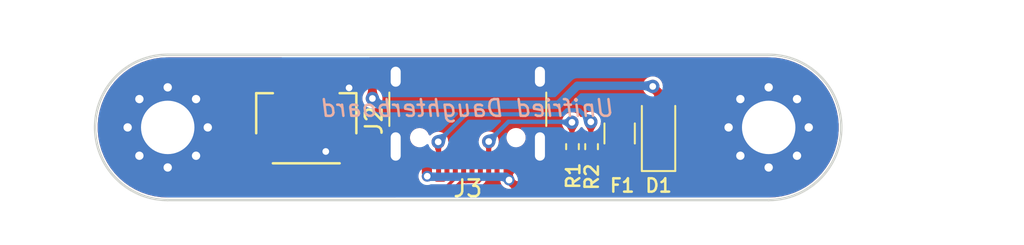
<source format=kicad_pcb>
(kicad_pcb (version 20211014) (generator pcbnew)
  (layers (0 "F.Cu" signal) (31 "B.Cu" signal) (34 "B.Paste" user) (35 "F.Paste" user) (36 "B.SilkS" user "B.Silkscreen") (37 "F.SilkS" user "F.Silkscreen") (38 "B.Mask" user) (39 "F.Mask" user) (44 "Edge.Cuts" user))
  (net 0 "")
  (net 1 "D+")
  (net 2 "GND")
  (net 3 "D-")
  (net 4 "/CC1")
  (net 5 "/CC2")
  (net 6 "+5V")
  (net 7 "VBUS")
  (footprint "MountingHole:MountingHole_3.2mm_M3_Pad_Via" (layer "F.Cu") (at 154.675 90.125)
    (fp_text reference "MH2" hide)
    (fp_text value "Mount-M2")
    (pad "1" thru_hole circle locked (at -1.697056 -1.697056) (size 0.8 0.8) (drill 0.5) (layers *.Cu *.Mask) (net 2 "GND"))
    (pad "1" thru_hole circle locked (at 1.697056 1.697056) (size 0.8 0.8) (drill 0.5) (layers *.Cu *.Mask) (net 2 "GND"))
    (pad "1" thru_hole circle locked (at 0 0) (size 6.4 6.4) (drill 3.2) (layers *.Cu *.Mask) (net 2 "GND"))
    (pad "1" thru_hole circle locked (at -2.4 0) (size 0.8 0.8) (drill 0.5) (layers *.Cu *.Mask) (net 2 "GND"))
    (pad "1" thru_hole circle locked (at 2.4 0) (size 0.8 0.8) (drill 0.5) (layers *.Cu *.Mask) (net 2 "GND"))
    (pad "1" thru_hole circle locked (at 0 -2.4) (size 0.8 0.8) (drill 0.5) (layers *.Cu *.Mask) (net 2 "GND"))
    (pad "1" thru_hole circle locked (at 0 2.4) (size 0.8 0.8) (drill 0.5) (layers *.Cu *.Mask) (net 2 "GND"))
    (pad "1" thru_hole circle locked (at -1.697056 1.697056) (size 0.8 0.8) (drill 0.5) (layers *.Cu *.Mask) (net 2 "GND"))
    (pad "1" thru_hole circle locked (at 1.697056 -1.697056) (size 0.8 0.8) (drill 0.5) (layers *.Cu *.Mask) (net 2 "GND"))
  )
  (footprint "random-keyboard-parts:JST-SR-4" (layer "F.Cu") (at 126.975 92.475)
    (fp_text reference "J2" (at 4.053 -2.75 270) (layer "F.SilkS"))
    (fp_text value "Conn_01x04")
    (fp_line (start -3 -4.4) (end -2 -4.4) (layer "F.SilkS") (width 0.15))
    (fp_line (start -3 -2) (end -3 -4.4) (layer "F.SilkS") (width 0.15))
    (fp_line (start 2 -4.4) (end 3 -4.4) (layer "F.SilkS") (width 0.15))
    (fp_line (start 2 -0.2) (end -2 -0.2) (layer "F.SilkS") (width 0.15))
    (fp_line (start 3 -4.4) (end 3 -2) (layer "F.SilkS") (width 0.15))
    (pad "1" smd rect locked (at -1.5 -4.775) (size 0.6 1.55) (layers "F.Cu" "F.Paste" "F.Mask") (net 6 "+5V"))
    (pad "2" smd rect locked (at -0.5 -4.775) (size 0.6 1.55) (layers "F.Cu" "F.Paste" "F.Mask") (net 3 "D-"))
    (pad "3" smd rect locked (at 0.5 -4.775) (size 0.6 1.55) (layers "F.Cu" "F.Paste" "F.Mask") (net 1 "D+"))
    (pad "4" smd rect locked (at 1.5 -4.775) (size 0.6 1.55) (layers "F.Cu" "F.Paste" "F.Mask") (net 2 "GND"))
    (pad "MP" smd rect locked (at -2.8 -0.9) (size 1.2 2) (layers "F.Cu" "F.Paste" "F.Mask") (net 2 "GND"))
    (pad "MP" smd rect locked (at 2.8 -0.9) (size 1.2 2) (layers "F.Cu" "F.Paste" "F.Mask") (net 2 "GND"))
  )
  (footprint "MountingHole:MountingHole_3.2mm_M3_Pad_Via" (layer "F.Cu") (at 118.675 90.125)
    (fp_text reference "MH1" hide)
    (fp_text value "Mount-M2")
    (pad "1" thru_hole circle locked (at 1.697056 -1.697056) (size 0.8 0.8) (drill 0.5) (layers *.Cu *.Mask) (net 2 "GND"))
    (pad "1" thru_hole circle locked (at -1.697056 -1.697056) (size 0.8 0.8) (drill 0.5) (layers *.Cu *.Mask) (net 2 "GND"))
    (pad "1" thru_hole circle locked (at -2.4 0) (size 0.8 0.8) (drill 0.5) (layers *.Cu *.Mask) (net 2 "GND"))
    (pad "1" thru_hole circle locked (at 1.697056 1.697056) (size 0.8 0.8) (drill 0.5) (layers *.Cu *.Mask) (net 2 "GND"))
    (pad "1" thru_hole circle locked (at 0 2.4) (size 0.8 0.8) (drill 0.5) (layers *.Cu *.Mask) (net 2 "GND"))
    (pad "1" thru_hole circle locked (at -1.697056 1.697056) (size 0.8 0.8) (drill 0.5) (layers *.Cu *.Mask) (net 2 "GND"))
    (pad "1" thru_hole circle locked (at 2.4 0) (size 0.8 0.8) (drill 0.5) (layers *.Cu *.Mask) (net 2 "GND"))
    (pad "1" thru_hole circle locked (at 0 -2.4) (size 0.8 0.8) (drill 0.5) (layers *.Cu *.Mask) (net 2 "GND"))
    (pad "1" thru_hole circle locked (at 0 0) (size 6.4 6.4) (drill 3.2) (layers *.Cu *.Mask) (net 2 "GND"))
  )
  (footprint "Fuse:Fuse_1206_3216Metric" (layer "F.Cu") (at 145.746875 90.4875 -90)
    (fp_text reference "F1" (at 3.1225 -0.153125 180) (layer "F.SilkS") (effects (font (size 0.8 0.8))))
    (fp_text value "500mA")
    (fp_line (start -0.602064 -0.91) (end 0.602064 -0.91) (layer "F.SilkS") (width 0.12))
    (fp_line (start -0.602064 0.91) (end 0.602064 0.91) (layer "F.SilkS") (width 0.12))
    (pad "1" smd roundrect locked (at -1.4 0 270) (size 1.25 1.75) (layers "F.Cu" "F.Paste" "F.Mask") (roundrect_rratio 0.2) (net 6 "+5V"))
    (pad "2" smd roundrect locked (at 1.4 0 270) (size 1.25 1.75) (layers "F.Cu" "F.Paste" "F.Mask") (roundrect_rratio 0.2) (net 7 "VBUS"))
  )
  (footprint "Resistor_SMD:R_0402_1005Metric" (layer "F.Cu") (at 144.065625 91.278125 -90)
    (fp_text reference "R2" (at 1.811875 -0.014375 -90) (layer "F.SilkS") (effects (font (size 0.8 0.8))))
    (fp_text value "5k1")
    (fp_line (start -0.153641 -0.38) (end 0.153641 -0.38) (layer "F.SilkS") (width 0.12))
    (fp_line (start -0.153641 0.38) (end 0.153641 0.38) (layer "F.SilkS") (width 0.12))
    (pad "1" smd roundrect (at -0.51 0 270) (size 0.54 0.64) (layers "F.Cu" "F.Paste" "F.Mask") (net 5 "/CC2"))
    (pad "2" smd roundrect (at 0.51 0 270) (size 0.54 0.64) (layers "F.Cu" "F.Paste" "F.Mask") (net 2 "GND"))
  )
  (footprint "Connector_USB:USB_C_Receptacle_HRO_TYPE-C-31-M-12" (layer "F.Cu") (at 136.652 88.138 180)
    (fp_text reference "J3" (at 0 -5.645) (layer "F.SilkS"))
    (fp_text value "USB_C_Receptacle_USB2.0")
    (fp_line (start -4.7 -1.9) (end -4.7 0.1) (layer "F.SilkS") (width 0.12))
    (fp_line (start 4.7 -1.9) (end 4.7 0.1) (layer "F.SilkS") (width 0.12))
    (pad "" np_thru_hole circle (at -2.89 -2.6 180) (size 0.65 0.65) (drill 0.65) (layers *.Cu *.Mask))
    (pad "" np_thru_hole circle (at 2.89 -2.6 180) (size 0.65 0.65) (drill 0.65) (layers *.Cu *.Mask))
    (pad "A1" smd rect (at -3.25 -4.045 180) (size 0.6 1.45) (layers "F.Cu" "F.Paste" "F.Mask") (net 2 "GND"))
    (pad "A4" smd rect (at -2.45 -4.045 180) (size 0.6 1.45) (layers "F.Cu" "F.Paste" "F.Mask") (net 7 "VBUS"))
    (pad "A5" smd rect (at -1.25 -4.045 180) (size 0.3 1.45) (layers "F.Cu" "F.Paste" "F.Mask") (net 4 "/CC1"))
    (pad "A6" smd rect (at -0.25 -4.045 180) (size 0.3 1.45) (layers "F.Cu" "F.Paste" "F.Mask") (net 1 "D+"))
    (pad "A7" smd rect (at 0.25 -4.045 180) (size 0.3 1.45) (layers "F.Cu" "F.Paste" "F.Mask") (net 3 "D-"))
    (pad "A8" smd rect (at 1.25 -4.045 180) (size 0.3 1.45) (layers "F.Cu" "F.Paste" "F.Mask"))
    (pad "A9" smd rect (at 2.45 -4.045 180) (size 0.6 1.45) (layers "F.Cu" "F.Paste" "F.Mask") (net 7 "VBUS"))
    (pad "A12" smd rect (at 3.25 -4.045 180) (size 0.6 1.45) (layers "F.Cu" "F.Paste" "F.Mask") (net 2 "GND"))
    (pad "B1" smd rect (at 3.25 -4.045 180) (size 0.6 1.45) (layers "F.Cu" "F.Paste" "F.Mask") (net 2 "GND"))
    (pad "B4" smd rect (at 2.45 -4.045 180) (size 0.6 1.45) (layers "F.Cu" "F.Paste" "F.Mask") (net 7 "VBUS"))
    (pad "B5" smd rect (at 1.75 -4.045 180) (size 0.3 1.45) (layers "F.Cu" "F.Paste" "F.Mask") (net 5 "/CC2"))
    (pad "B6" smd rect (at 0.75 -4.045 180) (size 0.3 1.45) (layers "F.Cu" "F.Paste" "F.Mask") (net 1 "D+"))
    (pad "B7" smd rect (at -0.75 -4.045 180) (size 0.3 1.45) (layers "F.Cu" "F.Paste" "F.Mask") (net 3 "D-"))
    (pad "B8" smd rect (at -1.75 -4.045 180) (size 0.3 1.45) (layers "F.Cu" "F.Paste" "F.Mask"))
    (pad "B9" smd rect (at -2.45 -4.045 180) (size 0.6 1.45) (layers "F.Cu" "F.Paste" "F.Mask") (net 7 "VBUS"))
    (pad "B12" smd rect (at -3.25 -4.045 180) (size 0.6 1.45) (layers "F.Cu" "F.Paste" "F.Mask") (net 2 "GND"))
    (pad "S1" thru_hole oval (at 4.32 -3.13 180) (size 1 2.1) (drill oval 0.6 1.7) (layers *.Cu *.Mask) (net 2 "GND"))
    (pad "S1" thru_hole oval (at -4.32 1.05 180) (size 1 1.6) (drill oval 0.6 1.2) (layers *.Cu *.Mask) (net 2 "GND"))
    (pad "S1" thru_hole oval (at 4.32 1.05 180) (size 1 1.6) (drill oval 0.6 1.2) (layers *.Cu *.Mask) (net 2 "GND"))
    (pad "S1" thru_hole oval (at -4.32 -3.13 180) (size 1 2.1) (drill oval 0.6 1.7) (layers *.Cu *.Mask) (net 2 "GND"))
  )
  (footprint "Resistor_SMD:R_0402_1005Metric" (layer "F.Cu") (at 142.922625 91.278125 -90)
    (fp_text reference "R1" (at 1.751875 -0.047375 -90) (layer "F.SilkS") (effects (font (size 0.8 0.8))))
    (fp_text value "5k1")
    (fp_line (start -0.153641 -0.38) (end 0.153641 -0.38) (layer "F.SilkS") (width 0.12))
    (fp_line (start -0.153641 0.38) (end 0.153641 0.38) (layer "F.SilkS") (width 0.12))
    (pad "1" smd roundrect (at -0.51 0 270) (size 0.54 0.64) (layers "F.Cu" "F.Paste" "F.Mask") (net 4 "/CC1"))
    (pad "2" smd roundrect (at 0.51 0 270) (size 0.54 0.64) (layers "F.Cu" "F.Paste" "F.Mask") (net 2 "GND"))
  )
  (footprint "Diode_SMD:D_SOD-123" (layer "F.Cu") (at 148.078125 90.4875 90)
    (fp_text reference "D1" (at -3.1225 0.001875 180) (layer "F.SilkS") (effects (font (size 0.8 0.8))))
    (fp_text value "SMF9.0CA")
    (fp_line (start -2.25 1) (end 1.65 1) (layer "F.SilkS") (width 0.12))
    (fp_line (start -2.25 -1) (end 1.65 -1) (layer "F.SilkS") (width 0.12))
    (fp_line (start -2.25 -1) (end -2.25 1) (layer "F.SilkS") (width 0.12))
    (pad "1" smd rect locked (at -1.65 0 90) (size 0.9 1.2) (layers "F.Cu" "F.Paste" "F.Mask") (net 2 "GND"))
    (pad "2" smd rect locked (at 1.65 0 90) (size 0.9 1.2) (layers "F.Cu" "F.Paste" "F.Mask") (net 6 "+5V"))
  )
  (gr_arc (start 154.675 85.775) (mid 159.025 90.125) (end 154.675 94.475) (layer "Edge.Cuts") (width 0.15))
  (gr_line (start 118.675 85.775) (end 154.675 85.775) (layer "Edge.Cuts") (width 0.15))
  (gr_arc (start 118.675 94.475) (mid 114.325 90.125) (end 118.675 85.775) (layer "Edge.Cuts") (width 0.15))
  (gr_line (start 118.675 94.475) (end 154.675 94.475) (layer "Edge.Cuts") (width 0.15))
  (gr_text "Unifried Daughterboard" (at 136.67 88.975) (layer "B.SilkS") (effects (font (size 1 1) (thickness 0.15) italic) (justify mirror)))
  (segment (start 136.906 91.186) (end 136.902 91.19) (width 0.25) (layer "F.Cu") (net 1))
  (segment (start 131.318 92.178) (end 132.819511 93.679511) (width 0.2) (layer "F.Cu") (net 1))
  (segment (start 135.902 93.157022) (end 135.902 92.183) (width 0.2) (layer "F.Cu") (net 1))
  (segment (start 127.475 87.7) (end 127.475 88.612282) (width 0.2) (layer "F.Cu") (net 1))
  (segment (start 135.902 92.183) (end 135.902 91.158978) (width 0.25) (layer "F.Cu") (net 1))
  (segment (start 135.902 91.158978) (end 135.927489 91.133489) (width 0.25) (layer "F.Cu") (net 1))
  (segment (start 131.318 89.788282) (end 131.318 92.178) (width 0.2) (layer "F.Cu") (net 1))
  (segment (start 132.819511 93.679511) (end 135.379511 93.679511) (width 0.2) (layer "F.Cu") (net 1))
  (segment (start 135.379511 93.679511) (end 135.902 93.157022) (width 0.2) (layer "F.Cu") (net 1))
  (segment (start 130.615197 89.08548) (end 131.318 89.788282) (width 0.2) (layer "F.Cu") (net 1))
  (segment (start 135.927489 91.133489) (end 136.853489 91.133489) (width 0.25) (layer "F.Cu") (net 1))
  (segment (start 136.853489 91.133489) (end 136.906 91.186) (width 0.25) (layer "F.Cu") (net 1))
  (segment (start 127.948198 89.08548) (end 130.615197 89.08548) (width 0.2) (layer "F.Cu") (net 1))
  (segment (start 127.475 88.612282) (end 127.948198 89.08548) (width 0.2) (layer "F.Cu") (net 1))
  (segment (start 136.902 91.19) (end 136.902 92.183) (width 0.25) (layer "F.Cu") (net 1))
  (segment (start 128.151 91.575) (end 128.143 91.567) (width 0.5) (layer "F.Cu") (net 2))
  (segment (start 129.775 91.575) (end 128.151 91.575) (width 0.5) (layer "F.Cu") (net 2))
  (segment (start 133.402 92.183) (end 133.402 92.648) (width 0.35) (layer "F.Cu") (net 2))
  (segment (start 129.483 87.7) (end 129.54 87.757) (width 0.35) (layer "F.Cu") (net 2))
  (segment (start 128.475 87.7) (end 129.483 87.7) (width 0.35) (layer "F.Cu") (net 2))
  (segment (start 132.332 91.268) (end 132.487 91.268) (width 0.35) (layer "F.Cu") (net 2))
  (segment (start 132.487 91.268) (end 133.402 92.183) (width 0.35) (layer "F.Cu") (net 2))
  (segment (start 153.05 88.5) (end 154.675 90.125) (width 0.8) (layer "F.Cu") (net 2))
  (via (at 129.54 87.757) (size 0.8) (drill 0.4) (layers "F.Cu" "B.Cu") (net 2))
  (via (at 128.143 91.567) (size 0.8) (drill 0.4) (layers "F.Cu" "B.Cu") (net 2))
  (segment (start 136.279028 93.345) (end 136.39974 93.345) (width 0.2) (layer "F.Cu") (net 3))
  (segment (start 132.654025 94.079031) (end 135.544997 94.079031) (width 0.2) (layer "F.Cu") (net 3))
  (segment (start 137.402 92.183) (end 137.402 93.23) (width 0.25) (layer "F.Cu") (net 3))
  (segment (start 130.91848 89.953769) (end 130.918481 92.343487) (width 0.2) (layer "F.Cu") (net 3))
  (segment (start 136.402 93.207022) (end 136.402 92.183) (width 0.25) (layer "F.Cu") (net 3))
  (segment (start 136.402 92.183) (end 136.402 93.222028) (width 0.2) (layer "F.Cu") (net 3))
  (segment (start 126.475 88.502) (end 127.457999 89.484999) (width 0.2) (layer "F.Cu") (net 3))
  (segment (start 136.539978 93.345) (end 136.39974 93.345) (width 0.25) (layer "F.Cu") (net 3))
  (segment (start 127.457999 89.484999) (end 130.44971 89.485) (width 0.2) (layer "F.Cu") (net 3))
  (segment (start 126.475 87.7) (end 126.475 88.502) (width 0.2) (layer "F.Cu") (net 3))
  (segment (start 136.539978 93.345) (end 136.402 93.207022) (width 0.25) (layer "F.Cu") (net 3))
  (segment (start 130.44971 89.485) (end 130.91848 89.953769) (width 0.2) (layer "F.Cu") (net 3))
  (segment (start 130.918481 92.343487) (end 132.654025 94.079031) (width 0.2) (layer "F.Cu") (net 3))
  (segment (start 137.402 93.23) (end 137.287 93.345) (width 0.25) (layer "F.Cu") (net 3))
  (segment (start 136.402 93.222028) (end 136.279028 93.345) (width 0.2) (layer "F.Cu") (net 3))
  (segment (start 135.544997 94.079031) (end 136.279028 93.345) (width 0.2) (layer "F.Cu") (net 3))
  (segment (start 137.287 93.345) (end 136.539978 93.345) (width 0.25) (layer "F.Cu") (net 3))
  (segment (start 142.89 90.7355) (end 142.922625 90.768125) (width 0.25) (layer "F.Cu") (net 4))
  (segment (start 142.89 89.82) (end 142.89 90.7355) (width 0.25) (layer "F.Cu") (net 4))
  (segment (start 137.902 92.183) (end 137.902 90.971797) (width 0.25) (layer "F.Cu") (net 4))
  (via (at 142.89 89.82) (size 0.8) (drill 0.4) (layers "F.Cu" "B.Cu") (net 4))
  (via (at 137.903843 90.969954) (size 0.8) (drill 0.4) (layers "F.Cu" "B.Cu") (net 4))
  (segment (start 142.89598 89.81402) (end 142.89 89.82) (width 0.25) (layer "B.Cu") (net 4))
  (segment (start 142.89598 89.789) (end 142.89598 89.81402) (width 0.25) (layer "B.Cu") (net 4))
  (segment (start 139.084797 89.789) (end 137.903843 90.969954) (width 0.25) (layer "B.Cu") (net 4))
  (segment (start 142.89598 89.789) (end 139.084797 89.789) (width 0.25) (layer "B.Cu") (net 4))
  (segment (start 134.902 91.013829) (end 134.877797 90.989626) (width 0.25) (layer "F.Cu") (net 5))
  (segment (start 144.02 90.7225) (end 144.065625 90.768125) (width 0.25) (layer "F.Cu") (net 5))
  (segment (start 144 90.7025) (end 144.065625 90.768125) (width 0.25) (layer "F.Cu") (net 5))
  (segment (start 134.902 92.183) (end 134.902 91.013829) (width 0.25) (layer "F.Cu") (net 5))
  (segment (start 144.02 89.79) (end 144.02 90.7225) (width 0.25) (layer "F.Cu") (net 5))
  (via (at 144.02 89.79) (size 0.8) (drill 0.4) (layers "F.Cu" "B.Cu") (net 5))
  (via (at 134.877797 90.989626) (size 0.8) (drill 0.4) (layers "F.Cu" "B.Cu") (net 5))
  (segment (start 141.99948 89.33948) (end 142.345906 89.33948) (width 0.25) (layer "B.Cu") (net 5))
  (segment (start 142.345906 89.33948) (end 142.589897 89.095489) (width 0.25) (layer "B.Cu") (net 5))
  (segment (start 136.527943 89.33948) (end 134.877797 90.989626) (width 0.25) (layer "B.Cu") (net 5))
  (segment (start 141.99948 89.33948) (end 141.70948 89.33948) (width 0.25) (layer "B.Cu") (net 5))
  (segment (start 137.15948 89.33948) (end 136.527943 89.33948) (width 0.25) (layer "B.Cu") (net 5))
  (segment (start 141.70948 89.33948) (end 142.345906 89.33948) (width 0.25) (layer "B.Cu") (net 5))
  (segment (start 141.70948 89.33948) (end 137.15948 89.33948) (width 0.25) (layer "B.Cu") (net 5))
  (segment (start 142.589897 89.095489) (end 143.325489 89.095489) (width 0.25) (layer "B.Cu") (net 5))
  (segment (start 143.325489 89.095489) (end 144.02 89.79) (width 0.25) (layer "B.Cu") (net 5))
  (segment (start 125.475 86.725978) (end 125.725489 86.475489) (width 0.5) (layer "F.Cu") (net 6))
  (segment (start 145.746875 89.0875) (end 147.828125 89.0875) (width 0.5) (layer "F.Cu") (net 6))
  (segment (start 125.725489 86.475489) (end 130.544489 86.475489) (width 0.5) (layer "F.Cu") (net 6))
  (segment (start 146.396875 88.8375) (end 146.146875 89.0875) (width 0.5) (layer "F.Cu") (net 6))
  (segment (start 125.475 87.7) (end 125.475 86.725978) (width 0.5) (layer "F.Cu") (net 6))
  (segment (start 148.078125 88.8375) (end 148.078125 88.018125) (width 0.5) (layer "F.Cu") (net 6))
  (segment (start 148.078125 88.018125) (end 147.73 87.67) (width 0.5) (layer "F.Cu") (net 6))
  (segment (start 130.937 86.868) (end 130.937 88.392) (width 0.5) (layer "F.Cu") (net 6))
  (segment (start 147.828125 89.0875) (end 148.078125 88.8375) (width 0.5) (layer "F.Cu") (net 6))
  (segment (start 130.81 86.741) (end 130.937 86.868) (width 0.5) (layer "F.Cu") (net 6))
  (segment (start 130.544489 86.475489) (end 130.81 86.741) (width 0.5) (layer "F.Cu") (net 6))
  (via (at 130.937 88.392) (size 0.8) (drill 0.4) (layers "F.Cu" "B.Cu") (net 6))
  (via (at 147.73 87.67) (size 0.8) (drill 0.4) (layers "F.Cu" "B.Cu") (net 6))
  (segment (start 147.73 87.67) (end 147.69 87.63) (width 0.5) (layer "B.Cu") (net 6))
  (segment (start 143.217872 87.63) (end 142.082912 88.76496) (width 0.5) (layer "B.Cu") (net 6))
  (segment (start 131.309961 88.764961) (end 130.937 88.392) (width 0.5) (layer "B.Cu") (net 6))
  (segment (start 147.69 87.63) (end 143.217872 87.63) (width 0.5) (layer "B.Cu") (net 6))
  (segment (start 142.082912 88.76496) (end 131.309961 88.764961) (width 0.5) (layer "B.Cu") (net 6))
  (segment (start 139.1235 93.2765) (end 139.446 93.599) (width 0.5) (layer "F.Cu") (net 7))
  (segment (start 144.035375 93.599) (end 145.746875 91.8875) (width 0.5) (layer "F.Cu") (net 7))
  (segment (start 139.102 93.255) (end 139.1235 93.2765) (width 0.5) (layer "F.Cu") (net 7))
  (segment (start 134.202 93.078) (end 134.2 93.08) (width 0.25) (layer "F.Cu") (net 7))
  (segment (start 143.681 93.599) (end 144.035375 93.599) (width 0.5) (layer "F.Cu") (net 7))
  (segment (start 134.202 92.183) (end 134.202 93.078) (width 0.25) (layer "F.Cu") (net 7))
  (segment (start 139.446 93.599) (end 143.681 93.599) (width 0.5) (layer "F.Cu") (net 7))
  (segment (start 139.102 92.183) (end 139.102 93.255) (width 0.5) (layer "F.Cu") (net 7))
  (via (at 139.1235 93.2765) (size 0.65) (drill 0.4) (layers "F.Cu" "B.Cu") (net 7))
  (via (at 134.22 93.05) (size 0.65) (drill 0.4) (layers "F.Cu" "B.Cu") (net 7))
  (segment (start 134.2 93.08) (end 138.927 93.08) (width 0.5) (layer "B.Cu") (net 7))
  (segment (start 138.927 93.08) (end 139.1235 93.2765) (width 0.5) (layer "B.Cu") (net 7))
  (zone (net 7) (net_name "VBUS") (layer "F.Cu") (priority 16962) (connect_pads yes (clearance 0)) (min_thickness 0.0254) (fill yes (thermal_gap 0.508) (thermal_bridge_width 0.508))
    (polygon (pts (xy 139.644916 93.349) (xy 139.605665 93.346002) (xy 139.571463 93.337546) (xy 139.541901 93.324435) (xy 139.51657 93.307474) (xy 139.49506 93.287464) (xy 139.476962 93.265212) (xy 139.461866 93.241519) (xy 139.449364 93.217191) (xy 139.439044 93.193031) (xy 139.4305 93.169843) (xy 139.008596 93.161596) (xy 139.1235 93.6015) (xy 139.170046 93.60843) (xy 139.212819 93.62724) (xy 139.2537 93.654959) (xy 139.294571 93.68862) (xy 139.337312 93.72525) (xy 139.383805 93.76188) (xy 139.43593 93.79554) (xy 139.49557 93.82326) (xy 139.564604 93.84207) (xy 139.644916 93.849)))
  )
  (zone (net 7) (net_name "VBUS") (layer "F.Cu") (priority 16962) (connect_pads yes (clearance 0)) (min_thickness 0.0254) (fill yes (thermal_gap 0.508) (thermal_bridge_width 0.508))
    (polygon (pts (xy 138.852 92.62) (xy 138.852713 92.696151) (xy 138.854407 92.764762) (xy 138.856406 92.826766) (xy 138.858039 92.883094) (xy 138.858632 92.934678) (xy 138.857512 92.98245) (xy 138.854006 93.027343) (xy 138.847442 93.070288) (xy 138.837146 93.112217) (xy 138.822445 93.154064) (xy 139.134017 93.438659) (xy 139.406218 93.116202) (xy 139.387749 93.079151) (xy 139.373793 93.041313) (xy 139.363744 93.001937) (xy 139.356998 92.960269) (xy 139.35295 92.915557) (xy 139.350995 92.867048) (xy 139.350527 92.813991) (xy 139.350942 92.755632) (xy 139.351634 92.691219) (xy 139.352 92.62)))
  )
  (zone (net 7) (net_name "VBUS") (layer "F.Cu") (priority 16962) (connect_pads yes (clearance 0)) (min_thickness 0.0254) (fill yes (thermal_gap 0.508) (thermal_bridge_width 0.508))
    (polygon (pts (xy 134.077 92.433) (xy 134.074809 92.504358) (xy 134.068512 92.564552) (xy 134.058516 92.615935) (xy 134.04523 92.66086) (xy 134.029063 92.701681) (xy 134.010425 92.740752) (xy 133.989725 92.780426) (xy 133.967371 92.823056) (xy 133.943772 92.870997) (xy 133.919338 92.926601) (xy 134.229998 93.212192) (xy 134.503229 92.890608) (xy 134.473822 92.84093) (xy 134.446229 92.797837) (xy 134.420751 92.759187) (xy 134.39769 92.722836) (xy 134.377349 92.686641) (xy 134.360028 92.64846) (xy 134.346031 92.606148) (xy 134.335659 92.557562) (xy 134.329215 92.500561) (xy 134.327 92.433)))
  )
  (zone (net 5) (net_name "/CC2") (layer "F.Cu") (priority 16962) (connect_pads yes (clearance 0)) (min_thickness 0.0254) (fill yes (thermal_gap 0.508) (thermal_bridge_width 0.508))
    (polygon (pts (xy 144.145 90.58) (xy 144.148266 90.489538) (xy 144.157658 90.413777) (xy 144.172564 90.34961) (xy 144.192374 90.293935) (xy 144.216476 90.243647) (xy 144.244261 90.19564) (xy 144.275116 90.146812) (xy 144.308432 90.094058) (xy 144.343596 90.034274) (xy 144.38 89.964355) (xy 144.02 89.59) (xy 143.66 89.964355) (xy 143.696403 90.034274) (xy 143.731567 90.094058) (xy 143.764883 90.146812) (xy 143.795738 90.19564) (xy 143.823523 90.243647) (xy 143.847625 90.293935) (xy 143.867435 90.34961) (xy 143.882341 90.413777) (xy 143.891733 90.489538) (xy 143.895 90.58)))
  )
  (zone (net 6) (net_name "+5V") (layer "F.Cu") (priority 16962) (connect_pads yes (clearance 0)) (min_thickness 0.0254) (fill yes (thermal_gap 0.508) (thermal_bridge_width 0.508))
    (polygon (pts (xy 148.328125 88.325801) (xy 148.322577 88.230984) (xy 148.30752 88.150177) (xy 148.285329 88.080564) (xy 148.258385 88.019326) (xy 148.229062 87.963646) (xy 148.19974 87.910707) (xy 148.172795 87.85769) (xy 148.150605 87.801778) (xy 148.135547 87.740154) (xy 148.13 87.67) (xy 147.588579 87.528579) (xy 147.59873 88.047846) (xy 147.635485 88.061301) (xy 147.670519 88.076107) (xy 147.703326 88.092951) (xy 147.733401 88.112524) (xy 147.760236 88.135512) (xy 147.783327 88.162605) (xy 147.802167 88.194492) (xy 147.816251 88.231861) (xy 147.825072 88.275401) (xy 147.828125 88.325801)))
  )
  (zone (net 4) (net_name "/CC1") (layer "F.Cu") (priority 16962) (connect_pads yes (clearance 0)) (min_thickness 0.0254) (fill yes (thermal_gap 0.508) (thermal_bridge_width 0.508))
    (polygon (pts (xy 143.015 90.61) (xy 143.018266 90.519538) (xy 143.027658 90.443777) (xy 143.042564 90.37961) (xy 143.062374 90.323935) (xy 143.086476 90.273647) (xy 143.114261 90.22564) (xy 143.145116 90.176812) (xy 143.178432 90.124058) (xy 143.213596 90.064274) (xy 143.25 89.994355) (xy 142.89 89.62) (xy 142.53 89.994355) (xy 142.566403 90.064274) (xy 142.601567 90.124058) (xy 142.634883 90.176812) (xy 142.665738 90.22564) (xy 142.693523 90.273647) (xy 142.717625 90.323935) (xy 142.737435 90.37961) (xy 142.752341 90.443777) (xy 142.761733 90.519538) (xy 142.765 90.61)))
  )
  (zone (net 5) (net_name "/CC2") (layer "F.Cu") (priority 16962) (connect_pads yes (clearance 0)) (min_thickness 0.0254) (fill yes (thermal_gap 0.508) (thermal_bridge_width 0.508))
    (polygon (pts (xy 135.027 91.793829) (xy 135.030149 91.699328) (xy 135.039178 91.620047) (xy 135.053458 91.552724) (xy 135.072359 91.494096) (xy 135.095252 91.440897) (xy 135.121508 91.389867) (xy 135.150497 91.33774) (xy 135.181591 91.281254) (xy 135.214159 91.217146) (xy 135.247574 91.142152) (xy 134.865843 90.789984) (xy 134.528863 91.185187) (xy 134.569175 91.252886) (xy 134.607393 91.31101) (xy 134.64301 91.362578) (xy 134.675521 91.410614) (xy 134.704419 91.458137) (xy 134.729198 91.50817) (xy 134.749352 91.563734) (xy 134.764374 91.62785) (xy 134.773759 91.703542) (xy 134.777 91.793829)))
  )
  (zone (net 2) (net_name "GND") (layers F&B.Cu) (connect_pads yes (clearance 0.1524)) (min_thickness 0.1524) (fill yes (thermal_gap 0.508) (thermal_bridge_width 0.508) (island_removal_mode 1) (island_area_min 0))
    (polygon (pts (xy 168.763711 97.119726) (xy 110.362067 97.174613) (xy 110.37124 82.513901) (xy 168.772884 82.492764)))
  )
  (zone (net 6) (net_name "+5V") (layer "F.Cu") (priority 16962) (connect_pads yes (clearance 0)) (min_thickness 0.0254) (fill yes (thermal_gap 0.508) (thermal_bridge_width 0.508))
    (polygon (pts (xy 130.687 87.602) (xy 130.686618 87.689651) (xy 130.685155 87.76629) (xy 130.682131 87.833873) (xy 130.677066 87.894354) (xy 130.669482 87.949691) (xy 130.6589 88.001838) (xy 130.644839 88.052751) (xy 130.626822 88.104386) (xy 130.604368 88.158699) (xy 130.577 88.217645) (xy 130.937 88.592) (xy 131.297 88.217645) (xy 131.269631 88.158699) (xy 131.247177 88.104386) (xy 131.22916 88.052751) (xy 131.215099 88.001838) (xy 131.204517 87.949691) (xy 131.196933 87.894354) (xy 131.191868 87.833873) (xy 131.188844 87.76629) (xy 131.187381 87.689651) (xy 131.187 87.602)))
  )
  (zone (net 4) (net_name "/CC1") (layer "F.Cu") (priority 16962) (connect_pads yes (clearance 0)) (min_thickness 0.0254) (fill yes (thermal_gap 0.508) (thermal_bridge_width 0.508))
    (polygon (pts (xy 138.027 91.761797) (xy 138.03026 91.671259) (xy 138.03964 91.595424) (xy 138.054541 91.53119) (xy 138.074362 91.475458) (xy 138.098503 91.425128) (xy 138.126365 91.3771) (xy 138.157347 91.328273) (xy 138.19085 91.275547) (xy 138.226273 91.215823) (xy 138.263018 91.146001) (xy 137.904783 90.769957) (xy 137.543027 91.142614) (xy 137.579243 91.213007) (xy 137.614238 91.2732) (xy 137.647401 91.326311) (xy 137.678123 91.375459) (xy 137.705792 91.423763) (xy 137.7298 91.474343) (xy 137.749534 91.530317) (xy 137.764386 91.594805) (xy 137.773744 91.670925) (xy 137.777 91.761797)))
  )
  (zone (net 5) (net_name "/CC2") (layer "B.Cu") (priority 16962) (connect_pads yes (clearance 0)) (min_thickness 0.0254) (fill yes (thermal_gap 0.508) (thermal_bridge_width 0.508))
    (polygon (pts (xy 143.372998 89.319775) (xy 143.434653 89.38605) (xy 143.481584 89.446262) (xy 143.516416 89.502175) (xy 143.541777 89.55555) (xy 143.560293 89.608153) (xy 143.574592 89.661745) (xy 143.5873 89.718089) (xy 143.601046 89.778949) (xy 143.618454 89.846088) (xy 143.642154 89.92127) (xy 144.161421 89.931421) (xy 144.15127 89.412154) (xy 144.076088 89.388454) (xy 144.008949 89.371046) (xy 143.948089 89.3573) (xy 143.891745 89.344592) (xy 143.838153 89.330293) (xy 143.78555 89.311777) (xy 143.732175 89.286416) (xy 143.676262 89.251584) (xy 143.61605 89.204653) (xy 143.549775 89.142998)))
  )
  (zone (net 6) (net_name "+5V") (layer "B.Cu") (priority 16962) (connect_pads yes (clearance 0)) (min_thickness 0.0254) (fill yes (thermal_gap 0.508) (thermal_bridge_width 0.508))
    (polygon (pts (xy 131.582514 88.514961) (xy 131.531365 88.511294) (xy 131.488062 88.500795) (xy 131.451693 88.484213) (xy 131.421349 88.462295) (xy 131.39612 88.435793) (xy 131.375096 88.405455) (xy 131.357366 88.372031) (xy 131.342021 88.336269) (xy 131.328151 88.298918) (xy 131.314846 88.26073) (xy 130.795579 88.250579) (xy 130.937 88.791999) (xy 131.006704 88.798241) (xy 131.067509 88.815186) (xy 131.122323 88.840158) (xy 131.174054 88.870481) (xy 131.22561 88.903479) (xy 131.279896 88.936477) (xy 131.339823 88.9668) (xy 131.408296 88.991772) (xy 131.488224 89.008717) (xy 131.582514 89.01496)))
  )
  (zone (net 7) (net_name "VBUS") (layer "B.Cu") (priority 16962) (connect_pads yes (clearance 0)) (min_thickness 0.0254) (fill yes (thermal_gap 0.508) (thermal_bridge_width 0.508))
    (polygon (pts (xy 134.845 92.83) (xy 134.779544 92.83024) (xy 134.720284 92.830602) (xy 134.66656 92.830545) (xy 134.617711 92.82953) (xy 134.573079 92.827015) (xy 134.532002 92.82246) (xy 134.493823 92.815327) (xy 134.45788 92.805073) (xy 134.423514 92.79116) (xy 134.390066 92.773048) (xy 134.058307 93.033831) (xy 134.331856 93.355144) (xy 134.372499 93.342265) (xy 134.413044 93.33329) (xy 134.454417 93.327619) (xy 134.497543 93.32465) (xy 134.54335 93.323784) (xy 134.592762 93.324422) (xy 134.646707 93.325962) (xy 134.706111 93.327805) (xy 134.7719 93.329351) (xy 134.845 93.33)))
  )
  (zone (net 6) (net_name "+5V") (layer "B.Cu") (priority 16962) (connect_pads yes (clearance 0)) (min_thickness 0.0254) (fill yes (thermal_gap 0.508) (thermal_bridge_width 0.508))
    (polygon (pts (xy 146.93 87.88) (xy 147.014943 87.880529) (xy 147.089445 87.882465) (xy 147.155264 87.886326) (xy 147.21416 87.892632) (xy 147.267893 87.9019) (xy 147.318221 87.914652) (xy 147.366905 87.931404) (xy 147.415705 87.952678) (xy 147.466379 87.978991) (xy 147.520688 88.010864) (xy 147.929007 87.6899) (xy 147.592331 87.294438) (xy 147.526932 87.317313) (xy 147.467218 87.335699) (xy 147.410986 87.350086) (xy 147.356036 87.360964) (xy 147.300167 87.368823) (xy 147.241178 87.374154) (xy 147.176867 87.377447) (xy 147.105035 87.379192) (xy 147.023479 87.379879) (xy 146.93 87.38)))
  )
  (zone (net 4) (net_name "/CC1") (layer "B.Cu") (priority 16962) (connect_pads yes (clearance 0)) (min_thickness 0.0254) (fill yes (thermal_gap 0.508) (thermal_bridge_width 0.508))
    (polygon (pts (xy 138.374068 90.322952) (xy 138.307792 90.384607) (xy 138.24758 90.431538) (xy 138.191667 90.46637) (xy 138.138292 90.491731) (xy 138.085689 90.510247) (xy 138.032097 90.524546) (xy 137.975753 90.537254) (xy 137.914893 90.551) (xy 137.847754 90.568408) (xy 137.772573 90.592108) (xy 137.762422 91.111375) (xy 138.281689 91.101224) (xy 138.305388 91.026042) (xy 138.322796 90.958903) (xy 138.336542 90.898043) (xy 138.34925 90.841699) (xy 138.363549 90.788107) (xy 138.382065 90.735504) (xy 138.407426 90.682129) (xy 138.442258 90.626216) (xy 138.489189 90.566004) (xy 138.550845 90.499729)))
  )
  (zone (net 4) (net_name "/CC1") (layer "B.Cu") (priority 16962) (connect_pads yes (clearance 0)) (min_thickness 0.0254) (fill yes (thermal_gap 0.508) (thermal_bridge_width 0.508))
    (polygon (pts (xy 142.10598 89.914) (xy 142.192877 89.91732) (xy 142.265595 89.92692) (xy 142.327055 89.942259) (xy 142.380174 89.962795) (xy 142.427873 89.987985) (xy 142.473072 90.017288) (xy 142.518688 90.050164) (xy 142.567643 90.086069) (xy 142.622854 90.124462) (xy 142.687243 90.164803) (xy 143.089351 89.836092) (xy 142.745177 89.447139) (xy 142.671065 89.478584) (xy 142.607867 89.509789) (xy 142.55234 89.540029) (xy 142.50124 89.568582) (xy 142.451324 89.594726) (xy 142.399349 89.617737) (xy 142.34207 89.636893) (xy 142.276245 89.65147) (xy 142.198629 89.660747) (xy 142.10598 89.664)))
  )
  (zone (net 7) (net_name "VBUS") (layer "B.Cu") (priority 16962) (connect_pads yes (clearance 0)) (min_thickness 0.0254) (fill yes (thermal_gap 0.508) (thermal_bridge_width 0.508))
    (polygon (pts (xy 138.532 93.33) (xy 138.578161 93.330578) (xy 138.620858 93.332491) (xy 138.660076 93.336006) (xy 138.695798 93.341389) (xy 138.728011 93.348907) (xy 138.756698 93.358826) (xy 138.781845 93.371413) (xy 138.803437 93.386935) (xy 138.821458 93.405659) (xy 138.835894 93.427851) (xy 139.25429 93.372936) (xy 139.1235 92.9515) (xy 139.073514 92.948098) (xy 139.025269 92.938864) (xy 138.977348 92.925255) (xy 138.928335 92.908732) (xy 138.876812 92.89075) (xy 138.821365 92.872768) (xy 138.760576 92.856244) (xy 138.69303 92.842636) (xy 138.61731 92.833402) (xy 138.532 92.83)))
  )
  (zone (net 5) (net_name "/CC2") (layer "B.Cu") (priority 16962) (connect_pads yes (clearance 0)) (min_thickness 0.0254) (fill yes (thermal_gap 0.508) (thermal_bridge_width 0.508))
    (polygon (pts (xy 135.348022 90.342624) (xy 135.281746 90.404279) (xy 135.221534 90.45121) (xy 135.165621 90.486042) (xy 135.112246 90.511403) (xy 135.059643 90.529919) (xy 135.006051 90.544218) (xy 134.949707 90.556926) (xy 134.888847 90.570672) (xy 134.821708 90.58808) (xy 134.746527 90.61178) (xy 134.736376 91.131047) (xy 135.255643 91.120896) (xy 135.279342 91.045714) (xy 135.29675 90.978575) (xy 135.310496 90.917715) (xy 135.323204 90.861371) (xy 135.337503 90.807779) (xy 135.356019 90.755176) (xy 135.38138 90.701801) (xy 135.416212 90.645888) (xy 135.463143 90.585676) (xy 135.524799 90.519401)))
  )
)
</source>
